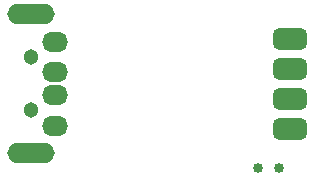
<source format=gbs>
G04*
G04 #@! TF.GenerationSoftware,Altium Limited,Altium Designer,22.3.1 (43)*
G04*
G04 Layer_Color=16711935*
%FSTAX25Y25*%
%MOIN*%
G70*
G04*
G04 #@! TF.SameCoordinates,AA438D0C-BAC3-434F-BC1F-4FEAB2FC06D2*
G04*
G04*
G04 #@! TF.FilePolarity,Negative*
G04*
G01*
G75*
G04:AMPARAMS|DCode=39|XSize=70.99mil|YSize=114.3mil|CornerRadius=19.75mil|HoleSize=0mil|Usage=FLASHONLY|Rotation=270.000|XOffset=0mil|YOffset=0mil|HoleType=Round|Shape=RoundedRectangle|*
%AMROUNDEDRECTD39*
21,1,0.07099,0.07480,0,0,270.0*
21,1,0.03150,0.11430,0,0,270.0*
1,1,0.03950,-0.03740,-0.01575*
1,1,0.03950,-0.03740,0.01575*
1,1,0.03950,0.03740,0.01575*
1,1,0.03950,0.03740,-0.01575*
%
%ADD39ROUNDEDRECTD39*%
%ADD43C,0.03359*%
%ADD44O,0.08674X0.06706*%
%ADD45O,0.15800X0.06800*%
%ADD46C,0.05131*%
D39*
X0098335Y0048465D02*
D03*
Y0038465D02*
D03*
Y0028465D02*
D03*
Y0018465D02*
D03*
D43*
X0087753Y0005466D02*
D03*
X0094446D02*
D03*
D44*
X0019874Y0047517D02*
D03*
Y0037454D02*
D03*
Y0029579D02*
D03*
Y0019516D02*
D03*
D45*
X0012Y0056693D02*
D03*
Y0010236D02*
D03*
D46*
Y0042323D02*
D03*
Y0024606D02*
D03*
M02*

</source>
